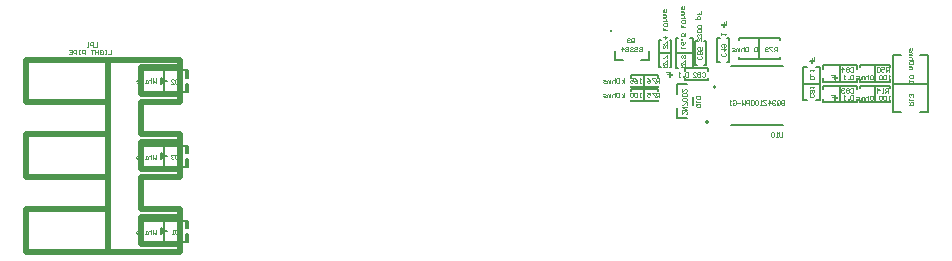
<source format=gbr>
%TF.GenerationSoftware,Altium Limited,Altium Designer,19.0.15 (446)*%
G04 Layer_Color=32896*
%FSLAX45Y45*%
%MOMM*%
%TF.FileFunction,Legend,Bot*%
%TF.Part,Single*%
G01*
G75*
%TA.AperFunction,NonConductor*%
%ADD88C,0.12700*%
%ADD106C,0.20000*%
%ADD107C,0.00000*%
%ADD108C,0.15000*%
%ADD109C,0.50000*%
%ADD110C,0.07620*%
D88*
X7156580Y2273906D02*
X7596580D01*
X7156580Y2773906D02*
X7596580D01*
X6830516Y2443475D02*
Y2509475D01*
X6700516Y2330475D02*
X6778016D01*
X6700516D02*
Y2414475D01*
Y2622475D02*
X6778016D01*
X6700516Y2538474D02*
Y2622475D01*
X6172975Y2822174D02*
X6242975D01*
X6392975D02*
X6462975D01*
Y2902175D01*
X6172975Y2822174D02*
Y2902175D01*
D106*
X6962580Y2297906D02*
G03*
X6962580Y2297906I-10000J0D01*
G01*
X7025516Y2596475D02*
G03*
X7025516Y2596475I-10000J0D01*
G01*
X8526159Y2623426D02*
X8826159D01*
X8756159Y2383426D02*
X8826159D01*
Y2863426D01*
X8756159D02*
X8826159D01*
X8526159D02*
X8596159D01*
X8526159Y2383426D02*
Y2863426D01*
Y2383426D02*
X8596159D01*
D107*
X6147975Y3067174D02*
G03*
X6147975Y3067174I-10000J0D01*
G01*
D108*
X6421087Y2474338D02*
Y2575938D01*
X6306787Y2474338D02*
Y2487038D01*
Y2474338D02*
X6535387D01*
Y2487038D01*
Y2563238D02*
Y2575938D01*
X6306787D02*
X6535387D01*
X6306787Y2563238D02*
Y2575938D01*
X6421087Y2592920D02*
Y2694520D01*
X6535387Y2681820D02*
Y2694520D01*
X6306787D02*
X6535387D01*
X6306787Y2681820D02*
Y2694520D01*
Y2592920D02*
Y2605620D01*
Y2592920D02*
X6535387D01*
Y2605620D01*
X6763055Y2651834D02*
Y2671834D01*
Y2651834D02*
X6963055D01*
Y2671834D01*
Y2731833D02*
Y2751833D01*
X6763055D02*
X6963055D01*
X6763055Y2731833D02*
Y2751833D01*
X7039580Y3007287D02*
X7059580D01*
X7039580Y2807287D02*
Y3007287D01*
Y2807287D02*
X7059580D01*
X7119580D02*
X7139580D01*
Y3007287D01*
X7119580D02*
X7139580D01*
X6846076Y2981287D02*
X6866076D01*
X6846076Y2781287D02*
Y2981287D01*
Y2781287D02*
X6866076D01*
X6926076D02*
X6946076D01*
Y2981287D01*
X6926076D02*
X6946076D01*
X6809716Y3008295D02*
X6828916D01*
Y2754295D02*
Y3008295D01*
X6809716Y2754295D02*
X6828916D01*
X6688916D02*
X6708116D01*
X6688916D02*
Y3008295D01*
X6708116D01*
X6688916Y2881295D02*
X6828916D01*
X6545551Y2881295D02*
X6647151D01*
X6634451Y2766995D02*
X6647151D01*
Y2995595D01*
X6634451D02*
X6647151D01*
X6545551D02*
X6558251D01*
X6545551Y2766995D02*
Y2995595D01*
Y2766995D02*
X6558251D01*
X7395275Y2828435D02*
Y3008435D01*
X7565275Y2988435D02*
Y3008435D01*
X7225275D02*
X7565275D01*
X7225275Y2988435D02*
Y3008435D01*
X7565275Y2828435D02*
Y2848434D01*
X7225275Y2828435D02*
X7565275D01*
X7225275D02*
Y2848434D01*
X8247355Y2761543D02*
Y2780743D01*
X8501355D01*
Y2761543D02*
Y2780743D01*
Y2640743D02*
Y2659943D01*
X8247355Y2640743D02*
X8501355D01*
X8247355D02*
Y2659943D01*
X8374355Y2640743D02*
Y2780743D01*
X8247355Y2585523D02*
Y2604723D01*
X8501355D01*
Y2585523D02*
Y2604723D01*
Y2464723D02*
Y2483923D01*
X8247355Y2464723D02*
X8501355D01*
X8247355D02*
Y2483923D01*
X8374355Y2464723D02*
Y2604723D01*
X8077175Y2640743D02*
Y2780743D01*
X8217175Y2750743D02*
Y2780743D01*
X7937175D02*
X8217175D01*
X7937175Y2750743D02*
Y2780743D01*
Y2640743D02*
Y2670743D01*
Y2640743D02*
X8217175D01*
Y2670743D01*
X8077175Y2464723D02*
Y2604723D01*
X8217175Y2574723D02*
Y2604723D01*
X7937175D02*
X8217175D01*
X7937175Y2574723D02*
Y2604723D01*
Y2464723D02*
Y2494723D01*
Y2464723D02*
X8217175D01*
Y2494723D01*
X7765874Y2621843D02*
X7905875D01*
X7765874Y2761843D02*
X7795875D01*
X7765874Y2481843D02*
Y2761843D01*
Y2481843D02*
X7795875D01*
X7875875D02*
X7905875D01*
Y2761843D01*
X7875875D02*
X7905875D01*
X2326775Y2671675D02*
X2352175Y2646275D01*
X2326775Y2620875D02*
X2352175Y2646275D01*
X2326775Y2620875D02*
Y2671675D01*
X2352175Y2646275D02*
X2377575D01*
X2352175Y2556275D02*
Y2736275D01*
X2542675Y2671675D02*
Y2736275D01*
X2148975D02*
X2542675D01*
X2148975Y2716275D02*
Y2736275D01*
X2542675Y2556275D02*
Y2620875D01*
X2148975Y2556275D02*
X2542675D01*
X2148975D02*
Y2576275D01*
X2542675Y2671675D02*
X2555375D01*
Y2736275D01*
X2542675D02*
X2555375D01*
X2542675Y2556275D02*
X2555375D01*
Y2620875D01*
X2542675D02*
X2555375D01*
X2542675Y1983375D02*
X2555375D01*
Y1918775D02*
Y1983375D01*
X2542675Y1918775D02*
X2555375D01*
X2542675Y2098775D02*
X2555375D01*
Y2034175D02*
Y2098775D01*
X2542675Y2034175D02*
X2555375D01*
X2148975Y1918775D02*
Y1938775D01*
Y1918775D02*
X2542675D01*
Y1983375D01*
X2148975Y2078775D02*
Y2098775D01*
X2542675D01*
Y2034175D02*
Y2098775D01*
X2352175Y1918775D02*
Y2098775D01*
Y2008775D02*
X2377575D01*
X2326775Y1983375D02*
Y2034175D01*
Y1983375D02*
X2352175Y2008775D01*
X2326775Y2034175D02*
X2352175Y2008775D01*
X2326775Y1399175D02*
X2352175Y1373775D01*
X2326775Y1348375D02*
X2352175Y1373775D01*
X2326775Y1348375D02*
Y1399175D01*
X2352175Y1373775D02*
X2377575D01*
X2352175Y1283775D02*
Y1463775D01*
X2542675Y1399175D02*
Y1463775D01*
X2148975D02*
X2542675D01*
X2148975Y1443775D02*
Y1463775D01*
X2542675Y1283775D02*
Y1348375D01*
X2148975Y1283775D02*
X2542675D01*
X2148975D02*
Y1303775D01*
X2542675Y1399175D02*
X2555375D01*
Y1463775D01*
X2542675D02*
X2555375D01*
X2542675Y1283775D02*
X2555375D01*
Y1348375D01*
X2542675D02*
X2555375D01*
D109*
X1184050Y1198974D02*
Y1559975D01*
X1183316Y1829974D02*
Y2194975D01*
X1182475Y2464974D02*
Y2824975D01*
X1184050Y1559975D02*
X1882475D01*
X1183749Y1829974D02*
X1882475D01*
X1183316Y2194975D02*
X1882475D01*
X1182890Y2464974D02*
X1882475D01*
Y1198974D02*
Y2824975D01*
X2162474Y1829974D02*
X2492475D01*
X2162474Y1559975D02*
Y1829974D01*
Y1559975D02*
X2492475D01*
Y1492475D02*
Y1559975D01*
Y1829974D02*
Y1897474D01*
X2162474Y2194975D02*
Y2464974D01*
Y2194975D02*
X2492475D01*
Y2127475D02*
Y2194975D01*
X2162474Y2464974D02*
X2492475D01*
Y2532474D01*
Y1198974D02*
Y1262474D01*
Y2762475D02*
Y2824975D01*
X1184324Y1198974D02*
X2492475D01*
X1182475Y2824975D02*
X2492475D01*
Y1262474D02*
Y1492475D01*
X2162474Y1262474D02*
X2492475D01*
X2162474D02*
Y1492475D01*
X2492475D01*
Y1897474D02*
Y2127475D01*
X2162474Y1897474D02*
X2492475D01*
X2162474D02*
Y2127475D01*
X2492475D01*
X2162474Y2762475D02*
X2492475D01*
X2162474Y2532474D02*
Y2762475D01*
Y2532474D02*
X2492475D01*
Y2762475D01*
D110*
X7607300Y2481562D02*
Y2443475D01*
X7588256D01*
X7581908Y2449823D01*
Y2456171D01*
X7588256Y2462519D01*
X7607300D01*
X7588256D01*
X7581908Y2468867D01*
Y2475215D01*
X7588256Y2481562D01*
X7607300D01*
X7543820Y2449823D02*
Y2475215D01*
X7550168Y2481562D01*
X7562864D01*
X7569212Y2475215D01*
Y2449823D01*
X7562864Y2443475D01*
X7550168D01*
X7556516Y2456171D02*
X7543820Y2443475D01*
X7550168D02*
X7543820Y2449823D01*
X7531124Y2475215D02*
X7524776Y2481562D01*
X7512080D01*
X7505733Y2475215D01*
Y2468867D01*
X7512080Y2462519D01*
X7518428D01*
X7512080D01*
X7505733Y2456171D01*
Y2449823D01*
X7512080Y2443475D01*
X7524776D01*
X7531124Y2449823D01*
X7473993Y2443475D02*
Y2481562D01*
X7493037Y2462519D01*
X7467645D01*
X7454949Y2481562D02*
X7429557D01*
Y2475215D01*
X7454949Y2449823D01*
Y2443475D01*
X7429557D01*
X7416861D02*
X7404165D01*
X7410513D01*
Y2481562D01*
X7416861Y2475215D01*
X7385121D02*
X7378773Y2481562D01*
X7366077D01*
X7359729Y2475215D01*
Y2449823D01*
X7366077Y2443475D01*
X7378773D01*
X7385121Y2449823D01*
Y2475215D01*
X7347033D02*
X7340685Y2481562D01*
X7327989D01*
X7321641Y2475215D01*
Y2449823D01*
X7327989Y2443475D01*
X7340685D01*
X7347033Y2449823D01*
Y2475215D01*
X7308946Y2443475D02*
Y2481562D01*
X7289902D01*
X7283554Y2475215D01*
Y2462519D01*
X7289902Y2456171D01*
X7308946D01*
X7270858Y2481562D02*
Y2443475D01*
X7258162Y2456171D01*
X7245466Y2443475D01*
Y2481562D01*
X7232770Y2462519D02*
X7207378D01*
X7169290Y2475215D02*
X7175638Y2481562D01*
X7188334D01*
X7194682Y2475215D01*
Y2449823D01*
X7188334Y2443475D01*
X7175638D01*
X7169290Y2449823D01*
Y2462519D01*
X7181986D01*
X7156594Y2443475D02*
X7143898D01*
X7150246D01*
Y2481562D01*
X7156594Y2475215D01*
X7589238Y2209762D02*
Y2178023D01*
X7582890Y2171675D01*
X7570194D01*
X7563846Y2178023D01*
Y2209762D01*
X7551150Y2171675D02*
X7538454D01*
X7544802D01*
Y2209762D01*
X7551150Y2203414D01*
X7519410D02*
X7513062Y2209762D01*
X7500366D01*
X7494018Y2203414D01*
Y2178023D01*
X7500366Y2171675D01*
X7513062D01*
X7519410Y2178023D01*
Y2203414D01*
X6743700Y2387592D02*
Y2362200D01*
X6769092Y2387592D01*
X6775440D01*
X6781788Y2381244D01*
Y2368548D01*
X6775440Y2362200D01*
X6743700Y2400288D02*
X6781788D01*
X6743700Y2425680D01*
X6781788D01*
Y2438376D02*
Y2463767D01*
X6775440D01*
X6750048Y2438376D01*
X6743700D01*
X6775440Y2476463D02*
X6781788Y2482811D01*
Y2495507D01*
X6775440Y2501855D01*
X6750048D01*
X6743700Y2495507D01*
Y2482811D01*
X6750048Y2476463D01*
X6775440D01*
Y2514551D02*
X6781788Y2520899D01*
Y2533595D01*
X6775440Y2539943D01*
X6750048D01*
X6743700Y2533595D01*
Y2520899D01*
X6750048Y2514551D01*
X6775440D01*
X6743700Y2578031D02*
Y2552639D01*
X6769092Y2578031D01*
X6775440D01*
X6781788Y2571683D01*
Y2558987D01*
X6775440Y2552639D01*
X6864348Y2451092D02*
X6889740D01*
X6896088Y2444744D01*
Y2432048D01*
X6889740Y2425700D01*
X6864348D01*
X6858000Y2432048D01*
Y2444744D01*
X6870696Y2438396D02*
X6858000Y2451092D01*
Y2444744D02*
X6864348Y2451092D01*
X6858000Y2463788D02*
Y2476484D01*
Y2470136D01*
X6896088D01*
X6889740Y2463788D01*
Y2495528D02*
X6896088Y2501876D01*
Y2514572D01*
X6889740Y2520920D01*
X6864348D01*
X6858000Y2514572D01*
Y2501876D01*
X6864348Y2495528D01*
X6889740D01*
X6392975Y2509475D02*
X6380279D01*
X6386627D01*
Y2547562D01*
X6392975Y2541214D01*
X6361235D02*
X6354887Y2547562D01*
X6342191D01*
X6335843Y2541214D01*
Y2515823D01*
X6342191Y2509475D01*
X6354887D01*
X6361235Y2515823D01*
Y2541214D01*
X6323147D02*
X6316799Y2547562D01*
X6304103D01*
X6297755Y2541214D01*
Y2515823D01*
X6304103Y2509475D01*
X6316799D01*
X6323147Y2515823D01*
Y2541214D01*
X6246972Y2509475D02*
Y2547562D01*
Y2522170D02*
X6227928Y2534866D01*
X6246972Y2522170D02*
X6227928Y2509475D01*
X6189840Y2547562D02*
X6202536D01*
X6208884Y2541214D01*
Y2515823D01*
X6202536Y2509475D01*
X6189840D01*
X6183492Y2515823D01*
Y2541214D01*
X6189840Y2547562D01*
X6170796D02*
Y2509475D01*
Y2528518D01*
X6164448Y2534866D01*
X6151752D01*
X6145404Y2528518D01*
Y2509475D01*
X6132708D02*
Y2534866D01*
X6126360D01*
X6120012Y2528518D01*
Y2509475D01*
Y2528518D01*
X6113664Y2534866D01*
X6107316Y2528518D01*
Y2509475D01*
X6094620D02*
X6075576D01*
X6069228Y2515823D01*
X6075576Y2522170D01*
X6088272D01*
X6094620Y2528518D01*
X6088272Y2534866D01*
X6069228D01*
X6545551Y2509475D02*
Y2547562D01*
X6526507D01*
X6520159Y2541214D01*
Y2528518D01*
X6526507Y2522170D01*
X6545551D01*
X6532855D02*
X6520159Y2509475D01*
X6507463Y2547562D02*
X6482071D01*
Y2541214D01*
X6507463Y2515823D01*
Y2509475D01*
X6443983Y2547562D02*
X6469375D01*
Y2528518D01*
X6456679Y2534866D01*
X6450331D01*
X6443983Y2528518D01*
Y2515823D01*
X6450331Y2509475D01*
X6463027D01*
X6469375Y2515823D01*
X6392975Y2628900D02*
X6380279D01*
X6386627D01*
Y2666988D01*
X6392975Y2660640D01*
X6335843Y2666988D02*
X6348539Y2660640D01*
X6361235Y2647944D01*
Y2635248D01*
X6354887Y2628900D01*
X6342191D01*
X6335843Y2635248D01*
Y2641596D01*
X6342191Y2647944D01*
X6361235D01*
X6297755Y2666988D02*
X6323147D01*
Y2647944D01*
X6310451Y2654292D01*
X6304103D01*
X6297755Y2647944D01*
Y2635248D01*
X6304103Y2628900D01*
X6316799D01*
X6323147Y2635248D01*
X6246972Y2628900D02*
Y2666988D01*
Y2641596D02*
X6227928Y2654292D01*
X6246972Y2641596D02*
X6227928Y2628900D01*
X6189840Y2666988D02*
X6202536D01*
X6208884Y2660640D01*
Y2635248D01*
X6202536Y2628900D01*
X6189840D01*
X6183492Y2635248D01*
Y2660640D01*
X6189840Y2666988D01*
X6170796D02*
Y2628900D01*
Y2647944D01*
X6164448Y2654292D01*
X6151752D01*
X6145404Y2647944D01*
Y2628900D01*
X6132708D02*
Y2654292D01*
X6126360D01*
X6120012Y2647944D01*
Y2628900D01*
Y2647944D01*
X6113664Y2654292D01*
X6107316Y2647944D01*
Y2628900D01*
X6094620D02*
X6075576D01*
X6069228Y2635248D01*
X6075576Y2641596D01*
X6088272D01*
X6094620Y2647944D01*
X6088272Y2654292D01*
X6069228D01*
X6545551Y2628900D02*
Y2666988D01*
X6526507D01*
X6520159Y2660640D01*
Y2647944D01*
X6526507Y2641596D01*
X6545551D01*
X6532855D02*
X6520159Y2628900D01*
X6507463Y2666988D02*
X6482071D01*
Y2660640D01*
X6507463Y2635248D01*
Y2628900D01*
X6443983Y2666988D02*
X6456679Y2660640D01*
X6469375Y2647944D01*
Y2635248D01*
X6463027Y2628900D01*
X6450331D01*
X6443983Y2635248D01*
Y2641596D01*
X6450331Y2647944D01*
X6469375D01*
X6794500Y2713559D02*
X6788152Y2719907D01*
X6775456D01*
X6769108Y2713559D01*
Y2688168D01*
X6775456Y2681820D01*
X6788152D01*
X6794500Y2688168D01*
Y2713559D01*
X6756412Y2681820D02*
Y2688168D01*
X6750064D01*
Y2681820D01*
X6756412D01*
X6724672D02*
X6711976D01*
X6718324D01*
Y2719907D01*
X6724672Y2713559D01*
X6654845Y2700864D02*
X6642149D01*
X6654845Y2694516D02*
X6642149D01*
Y2719907D02*
Y2675472D01*
X6604061Y2719907D02*
X6629453D01*
Y2700864D01*
X6616757D01*
X6629453D01*
Y2681820D01*
X6908808Y2713559D02*
X6915156Y2719907D01*
X6927852D01*
X6934200Y2713559D01*
Y2688168D01*
X6927852Y2681820D01*
X6915156D01*
X6908808Y2688168D01*
X6896112Y2713559D02*
X6889764Y2719907D01*
X6877068D01*
X6870720Y2713559D01*
Y2707212D01*
X6877068Y2700864D01*
X6870720Y2694516D01*
Y2688168D01*
X6877068Y2681820D01*
X6889764D01*
X6896112Y2688168D01*
Y2694516D01*
X6889764Y2700864D01*
X6896112Y2707212D01*
Y2713559D01*
X6889764Y2700864D02*
X6877068D01*
X6832633Y2681820D02*
X6858024D01*
X6832633Y2707212D01*
Y2713559D01*
X6838980Y2719907D01*
X6851676D01*
X6858024Y2713559D01*
X7073900Y3035300D02*
Y3047996D01*
Y3041648D01*
X7111988D01*
X7105640Y3035300D01*
X7092944Y3105128D02*
Y3117824D01*
X7086596Y3105128D02*
Y3117824D01*
X7111988D02*
X7067552D01*
X7111988Y3155911D02*
Y3130520D01*
X7092944D01*
Y3143215D01*
Y3130520D01*
X7073900D01*
X7105640Y2882892D02*
X7111988Y2876544D01*
Y2863848D01*
X7105640Y2857500D01*
X7080248D01*
X7073900Y2863848D01*
Y2876544D01*
X7080248Y2882892D01*
X7073900Y2914632D02*
X7111988D01*
X7092944Y2895588D01*
Y2920980D01*
X7080248Y2933676D02*
X7073900Y2940024D01*
Y2952720D01*
X7080248Y2959067D01*
X7105640D01*
X7111988Y2952720D01*
Y2940024D01*
X7105640Y2933676D01*
X7099292D01*
X7092944Y2940024D01*
Y2959067D01*
X6897816Y2981287D02*
X6904164Y2987635D01*
Y3000331D01*
X6897816Y3006679D01*
X6891468D01*
X6885120Y3000331D01*
Y2993983D01*
Y3000331D01*
X6878772Y3006679D01*
X6872424D01*
X6866076Y3000331D01*
Y2987635D01*
X6872424Y2981287D01*
X6897816Y3019375D02*
X6904164Y3025723D01*
Y3038419D01*
X6897816Y3044767D01*
X6891468D01*
X6885120Y3038419D01*
Y3032071D01*
Y3038419D01*
X6878772Y3044767D01*
X6872424D01*
X6866076Y3038419D01*
Y3025723D01*
X6872424Y3019375D01*
X6897816Y3057463D02*
X6904164Y3063811D01*
Y3076507D01*
X6897816Y3082855D01*
X6872424D01*
X6866076Y3076507D01*
Y3063811D01*
X6872424Y3057463D01*
X6897816D01*
Y3095551D02*
X6904164Y3101899D01*
Y3114595D01*
X6897816Y3120943D01*
X6872424D01*
X6866076Y3114595D01*
Y3101899D01*
X6872424Y3095551D01*
X6897816D01*
X6853380Y3171726D02*
X6891468D01*
Y3190770D01*
X6885120Y3197118D01*
X6872424D01*
X6866076Y3190770D01*
Y3171726D01*
X6904164Y3235206D02*
Y3209814D01*
X6885120D01*
Y3222510D01*
Y3209814D01*
X6866076D01*
X6902440Y2857492D02*
X6908788Y2851144D01*
Y2838448D01*
X6902440Y2832100D01*
X6877048D01*
X6870700Y2838448D01*
Y2851144D01*
X6877048Y2857492D01*
X6902440Y2870188D02*
X6908788Y2876536D01*
Y2889232D01*
X6902440Y2895580D01*
X6896092D01*
X6889744Y2889232D01*
X6883396Y2895580D01*
X6877048D01*
X6870700Y2889232D01*
Y2876536D01*
X6877048Y2870188D01*
X6883396D01*
X6889744Y2876536D01*
X6896092Y2870188D01*
X6902440D01*
X6889744Y2876536D02*
Y2889232D01*
X6908788Y2933667D02*
Y2908276D01*
X6889744D01*
X6896092Y2920972D01*
Y2927320D01*
X6889744Y2933667D01*
X6877048D01*
X6870700Y2927320D01*
Y2914624D01*
X6877048Y2908276D01*
X6731000Y2921000D02*
Y2933696D01*
Y2927348D01*
X6769088D01*
X6762740Y2921000D01*
X6769088Y2978132D02*
X6762740Y2965436D01*
X6750044Y2952740D01*
X6737348D01*
X6731000Y2959088D01*
Y2971784D01*
X6737348Y2978132D01*
X6743696D01*
X6750044Y2971784D01*
Y2952740D01*
X6731000Y2990828D02*
X6737348D01*
Y2997176D01*
X6731000D01*
Y2990828D01*
X6769088Y3047959D02*
Y3022567D01*
X6750044D01*
X6756392Y3035263D01*
Y3041611D01*
X6750044Y3047959D01*
X6737348D01*
X6731000Y3041611D01*
Y3028915D01*
X6737348Y3022567D01*
X6731000Y3098743D02*
X6769088D01*
X6743696D02*
X6756392Y3117787D01*
X6743696Y3098743D02*
X6731000Y3117787D01*
X6769088Y3155875D02*
Y3143179D01*
X6762740Y3136831D01*
X6737348D01*
X6731000Y3143179D01*
Y3155875D01*
X6737348Y3162223D01*
X6762740D01*
X6769088Y3155875D01*
Y3174919D02*
X6731000D01*
X6750044D01*
X6756392Y3181267D01*
Y3193963D01*
X6750044Y3200311D01*
X6731000D01*
Y3213007D02*
X6756392D01*
Y3219354D01*
X6750044Y3225702D01*
X6731000D01*
X6750044D01*
X6756392Y3232050D01*
X6750044Y3238398D01*
X6731000D01*
Y3251094D02*
Y3270138D01*
X6737348Y3276486D01*
X6743696Y3270138D01*
Y3257442D01*
X6750044Y3251094D01*
X6756392Y3257442D01*
Y3276486D01*
X6731000Y2761843D02*
X6769088D01*
Y2780887D01*
X6762740Y2787235D01*
X6750044D01*
X6743696Y2780887D01*
Y2761843D01*
Y2774539D02*
X6731000Y2787235D01*
X6769088Y2799931D02*
Y2825323D01*
X6762740D01*
X6737348Y2799931D01*
X6731000D01*
X6762740Y2838018D02*
X6769088Y2844366D01*
Y2857062D01*
X6762740Y2863410D01*
X6756392D01*
X6750044Y2857062D01*
X6743696Y2863410D01*
X6737348D01*
X6731000Y2857062D01*
Y2844366D01*
X6737348Y2838018D01*
X6743696D01*
X6750044Y2844366D01*
X6756392Y2838018D01*
X6762740D01*
X6750044Y2844366D02*
Y2857062D01*
X6610340Y2921000D02*
X6616688Y2927348D01*
Y2940044D01*
X6610340Y2946392D01*
X6603992D01*
X6597644Y2940044D01*
Y2933696D01*
Y2940044D01*
X6591296Y2946392D01*
X6584948D01*
X6578600Y2940044D01*
Y2927348D01*
X6584948Y2921000D01*
X6616688Y2959088D02*
Y2984480D01*
X6610340D01*
X6584948Y2959088D01*
X6578600D01*
Y3016220D02*
X6616688D01*
X6597644Y2997176D01*
Y3022567D01*
X6578600Y3073351D02*
X6616688D01*
X6591296D02*
X6603992Y3092395D01*
X6591296Y3073351D02*
X6578600Y3092395D01*
X6616688Y3130483D02*
Y3117787D01*
X6610340Y3111439D01*
X6584948D01*
X6578600Y3117787D01*
Y3130483D01*
X6584948Y3136831D01*
X6610340D01*
X6616688Y3130483D01*
Y3149527D02*
X6578600D01*
X6597644D01*
X6603992Y3155875D01*
Y3168571D01*
X6597644Y3174919D01*
X6578600D01*
Y3187615D02*
X6603992D01*
Y3193963D01*
X6597644Y3200311D01*
X6578600D01*
X6597644D01*
X6603992Y3206659D01*
X6597644Y3213007D01*
X6578600D01*
Y3225702D02*
Y3244746D01*
X6584948Y3251094D01*
X6591296Y3244746D01*
Y3232050D01*
X6597644Y3225702D01*
X6603992Y3232050D01*
Y3251094D01*
X6578600Y2761543D02*
X6616688D01*
Y2780587D01*
X6610340Y2786935D01*
X6597644D01*
X6591296Y2780587D01*
Y2761543D01*
Y2774239D02*
X6578600Y2786935D01*
X6616688Y2799631D02*
Y2825023D01*
X6610340D01*
X6584948Y2799631D01*
X6578600D01*
X6616688Y2837718D02*
Y2863110D01*
X6610340D01*
X6584948Y2837718D01*
X6578600D01*
X6400800Y2933688D02*
Y2895600D01*
X6381756D01*
X6375408Y2901948D01*
Y2908296D01*
X6381756Y2914644D01*
X6400800D01*
X6381756D01*
X6375408Y2920992D01*
Y2927340D01*
X6381756Y2933688D01*
X6400800D01*
X6337320Y2927340D02*
X6343668Y2933688D01*
X6356364D01*
X6362712Y2927340D01*
Y2920992D01*
X6356364Y2914644D01*
X6343668D01*
X6337320Y2908296D01*
Y2901948D01*
X6343668Y2895600D01*
X6356364D01*
X6362712Y2901948D01*
X6299233Y2927340D02*
X6305580Y2933688D01*
X6318276D01*
X6324624Y2927340D01*
Y2920992D01*
X6318276Y2914644D01*
X6305580D01*
X6299233Y2908296D01*
Y2901948D01*
X6305580Y2895600D01*
X6318276D01*
X6324624Y2901948D01*
X6286537Y2927340D02*
X6280189Y2933688D01*
X6267493D01*
X6261145Y2927340D01*
Y2920992D01*
X6267493Y2914644D01*
X6261145Y2908296D01*
Y2901948D01*
X6267493Y2895600D01*
X6280189D01*
X6286537Y2901948D01*
Y2908296D01*
X6280189Y2914644D01*
X6286537Y2920992D01*
Y2927340D01*
X6280189Y2914644D02*
X6267493D01*
X6229405Y2895600D02*
Y2933688D01*
X6248449Y2914644D01*
X6223057D01*
X6311908Y2978148D02*
Y3003540D01*
X6318256Y3009888D01*
X6330952D01*
X6337300Y3003540D01*
Y2978148D01*
X6330952Y2971800D01*
X6318256D01*
X6324604Y2984496D02*
X6311908Y2971800D01*
X6318256D02*
X6311908Y2978148D01*
X6299212D02*
X6292864Y2971800D01*
X6280168D01*
X6273820Y2978148D01*
Y3003540D01*
X6280168Y3009888D01*
X6292864D01*
X6299212Y3003540D01*
Y2997192D01*
X6292864Y2990844D01*
X6273820D01*
X7378700Y2927340D02*
X7372352Y2933688D01*
X7359656D01*
X7353308Y2927340D01*
Y2901948D01*
X7359656Y2895600D01*
X7372352D01*
X7378700Y2901948D01*
Y2927340D01*
X7283480Y2933688D02*
X7296176D01*
X7302524Y2927340D01*
Y2901948D01*
X7296176Y2895600D01*
X7283480D01*
X7277133Y2901948D01*
Y2927340D01*
X7283480Y2933688D01*
X7264437D02*
Y2895600D01*
Y2914644D01*
X7258089Y2920992D01*
X7245393D01*
X7239045Y2914644D01*
Y2895600D01*
X7226349D02*
Y2920992D01*
X7220001D01*
X7213653Y2914644D01*
Y2895600D01*
Y2914644D01*
X7207305Y2920992D01*
X7200957Y2914644D01*
Y2895600D01*
X7188261D02*
X7169217D01*
X7162869Y2901948D01*
X7169217Y2908296D01*
X7181913D01*
X7188261Y2914644D01*
X7181913Y2920992D01*
X7162869D01*
X7543800Y2895600D02*
Y2933688D01*
X7524756D01*
X7518408Y2927340D01*
Y2914644D01*
X7524756Y2908296D01*
X7543800D01*
X7531104D02*
X7518408Y2895600D01*
X7505712Y2933688D02*
X7480320D01*
Y2927340D01*
X7505712Y2901948D01*
Y2895600D01*
X7467624Y2901948D02*
X7461276Y2895600D01*
X7448580D01*
X7442233Y2901948D01*
Y2927340D01*
X7448580Y2933688D01*
X7461276D01*
X7467624Y2927340D01*
Y2920992D01*
X7461276Y2914644D01*
X7442233D01*
X8501355Y2659943D02*
X8488659D01*
X8495007D01*
Y2698031D01*
X8501355Y2691683D01*
X8469615D02*
X8463267Y2698031D01*
X8450571D01*
X8444223Y2691683D01*
Y2666291D01*
X8450571Y2659943D01*
X8463267D01*
X8469615Y2666291D01*
Y2691683D01*
X8431527D02*
X8425179Y2698031D01*
X8412483D01*
X8406135Y2691683D01*
Y2666291D01*
X8412483Y2659943D01*
X8425179D01*
X8431527Y2666291D01*
Y2691683D01*
X8336307Y2698031D02*
X8349003D01*
X8355351Y2691683D01*
Y2666291D01*
X8349003Y2659943D01*
X8336307D01*
X8329959Y2666291D01*
Y2691683D01*
X8336307Y2698031D01*
X8317264D02*
Y2659943D01*
Y2678987D01*
X8310916Y2685335D01*
X8298220D01*
X8291872Y2678987D01*
Y2659943D01*
X8279176D02*
Y2685335D01*
X8272828D01*
X8266480Y2678987D01*
Y2659943D01*
Y2678987D01*
X8260132Y2685335D01*
X8253784Y2678987D01*
Y2659943D01*
X8241088D02*
X8222044D01*
X8215696Y2666291D01*
X8222044Y2672639D01*
X8234740D01*
X8241088Y2678987D01*
X8234740Y2685335D01*
X8215696D01*
X8489992Y2725420D02*
Y2763508D01*
X8470948D01*
X8464600Y2757160D01*
Y2744464D01*
X8470948Y2738116D01*
X8489992D01*
X8477296D02*
X8464600Y2725420D01*
X8426512Y2763508D02*
X8451904D01*
Y2744464D01*
X8439208Y2750812D01*
X8432860D01*
X8426512Y2744464D01*
Y2731768D01*
X8432860Y2725420D01*
X8445556D01*
X8451904Y2731768D01*
X8413816Y2757160D02*
X8407468Y2763508D01*
X8394772D01*
X8388424Y2757160D01*
Y2731768D01*
X8394772Y2725420D01*
X8407468D01*
X8413816Y2731768D01*
Y2757160D01*
X8501355Y2483923D02*
X8488659D01*
X8495007D01*
Y2522011D01*
X8501355Y2515663D01*
X8469615D02*
X8463267Y2522011D01*
X8450571D01*
X8444223Y2515663D01*
Y2490271D01*
X8450571Y2483923D01*
X8463267D01*
X8469615Y2490271D01*
Y2515663D01*
X8431527D02*
X8425179Y2522011D01*
X8412483D01*
X8406135Y2515663D01*
Y2490271D01*
X8412483Y2483923D01*
X8425179D01*
X8431527Y2490271D01*
Y2515663D01*
X8336307Y2522011D02*
X8349003D01*
X8355351Y2515663D01*
Y2490271D01*
X8349003Y2483923D01*
X8336307D01*
X8329959Y2490271D01*
Y2515663D01*
X8336307Y2522011D01*
X8317264D02*
Y2483923D01*
Y2502967D01*
X8310916Y2509315D01*
X8298220D01*
X8291872Y2502967D01*
Y2483923D01*
X8279176D02*
Y2509315D01*
X8272828D01*
X8266480Y2502967D01*
Y2483923D01*
Y2502967D01*
X8260132Y2509315D01*
X8253784Y2502967D01*
Y2483923D01*
X8241088D02*
X8222044D01*
X8215696Y2490271D01*
X8222044Y2496619D01*
X8234740D01*
X8241088Y2502967D01*
X8234740Y2509315D01*
X8215696D01*
X8483600Y2547620D02*
Y2585708D01*
X8464556D01*
X8458208Y2579360D01*
Y2566664D01*
X8464556Y2560316D01*
X8483600D01*
X8470904D02*
X8458208Y2547620D01*
X8445512D02*
X8432816D01*
X8439164D01*
Y2585708D01*
X8445512Y2579360D01*
X8394728Y2547620D02*
Y2585708D01*
X8413772Y2566664D01*
X8388380D01*
X8191500Y2691683D02*
X8185152Y2698031D01*
X8172456D01*
X8166108Y2691683D01*
Y2666291D01*
X8172456Y2659943D01*
X8185152D01*
X8191500Y2666291D01*
Y2691683D01*
X8153412Y2659943D02*
Y2666291D01*
X8147064D01*
Y2659943D01*
X8153412D01*
X8121672D02*
X8108976D01*
X8115324D01*
Y2698031D01*
X8121672Y2691683D01*
X8051845Y2678987D02*
X8039149D01*
X8051845Y2672639D02*
X8039149D01*
Y2698031D02*
Y2653595D01*
X8001061Y2698031D02*
X8026453D01*
Y2678987D01*
X8013757D01*
X8026453D01*
Y2659943D01*
X8166108Y2757160D02*
X8172456Y2763508D01*
X8185152D01*
X8191500Y2757160D01*
Y2731768D01*
X8185152Y2725420D01*
X8172456D01*
X8166108Y2731768D01*
X8153412Y2757160D02*
X8147064Y2763508D01*
X8134368D01*
X8128020Y2757160D01*
Y2750812D01*
X8134368Y2744464D01*
X8128020Y2738116D01*
Y2731768D01*
X8134368Y2725420D01*
X8147064D01*
X8153412Y2731768D01*
Y2738116D01*
X8147064Y2744464D01*
X8153412Y2750812D01*
Y2757160D01*
X8147064Y2744464D02*
X8134368D01*
X8096280Y2725420D02*
Y2763508D01*
X8115324Y2744464D01*
X8089933D01*
X8191500Y2518400D02*
X8185152Y2524748D01*
X8172456D01*
X8166108Y2518400D01*
Y2493008D01*
X8172456Y2486660D01*
X8185152D01*
X8191500Y2493008D01*
Y2518400D01*
X8153412Y2486660D02*
Y2493008D01*
X8147064D01*
Y2486660D01*
X8153412D01*
X8121672D02*
X8108976D01*
X8115324D01*
Y2524748D01*
X8121672Y2518400D01*
X8051845Y2505704D02*
X8039149D01*
X8051845Y2499356D02*
X8039149D01*
Y2524748D02*
Y2480312D01*
X8001061Y2524748D02*
X8026453D01*
Y2505704D01*
X8013757D01*
X8026453D01*
Y2486660D01*
X8166108Y2579360D02*
X8172456Y2585708D01*
X8185152D01*
X8191500Y2579360D01*
Y2553968D01*
X8185152Y2547620D01*
X8172456D01*
X8166108Y2553968D01*
X8153412Y2579360D02*
X8147064Y2585708D01*
X8134368D01*
X8128020Y2579360D01*
Y2573012D01*
X8134368Y2566664D01*
X8128020Y2560316D01*
Y2553968D01*
X8134368Y2547620D01*
X8147064D01*
X8153412Y2553968D01*
Y2560316D01*
X8147064Y2566664D01*
X8153412Y2573012D01*
Y2579360D01*
X8147064Y2566664D02*
X8134368D01*
X8115324Y2579360D02*
X8108976Y2585708D01*
X8096280D01*
X8089933Y2579360D01*
Y2573012D01*
X8096280Y2566664D01*
X8102628D01*
X8096280D01*
X8089933Y2560316D01*
Y2553968D01*
X8096280Y2547620D01*
X8108976D01*
X8115324Y2553968D01*
X7851038Y2659943D02*
X7857386Y2666291D01*
Y2678987D01*
X7851038Y2685335D01*
X7825646D01*
X7819298Y2678987D01*
Y2666291D01*
X7825646Y2659943D01*
X7851038D01*
X7819298Y2698031D02*
X7825646D01*
Y2704379D01*
X7819298D01*
Y2698031D01*
Y2729771D02*
Y2742466D01*
Y2736118D01*
X7857386D01*
X7851038Y2729771D01*
X7838342Y2799598D02*
Y2812294D01*
X7831994Y2799598D02*
Y2812294D01*
X7857386D02*
X7812950D01*
X7857386Y2850382D02*
Y2824990D01*
X7838342D01*
Y2837686D01*
Y2824990D01*
X7819298D01*
X7851038Y2534866D02*
X7857386Y2528518D01*
Y2515823D01*
X7851038Y2509475D01*
X7825646D01*
X7819298Y2515823D01*
Y2528518D01*
X7825646Y2534866D01*
X7851038Y2547562D02*
X7857386Y2553910D01*
Y2566606D01*
X7851038Y2572954D01*
X7844690D01*
X7838342Y2566606D01*
X7831994Y2572954D01*
X7825646D01*
X7819298Y2566606D01*
Y2553910D01*
X7825646Y2547562D01*
X7831994D01*
X7838342Y2553910D01*
X7844690Y2547562D01*
X7851038D01*
X7838342Y2553910D02*
Y2566606D01*
X7819298Y2585650D02*
Y2598346D01*
Y2591998D01*
X7857386D01*
X7851038Y2585650D01*
X8661400Y2640743D02*
Y2653439D01*
Y2647091D01*
X8699488D01*
X8693140Y2640743D01*
Y2672483D02*
X8699488Y2678831D01*
Y2691526D01*
X8693140Y2697874D01*
X8667748D01*
X8661400Y2691526D01*
Y2678831D01*
X8667748Y2672483D01*
X8693140D01*
X8661400Y2748658D02*
X8686792D01*
Y2755006D01*
X8680444Y2761354D01*
X8661400D01*
X8680444D01*
X8686792Y2767702D01*
X8680444Y2774050D01*
X8661400D01*
X8699488Y2805790D02*
Y2793094D01*
X8693140Y2786746D01*
X8667748D01*
X8661400Y2793094D01*
Y2805790D01*
X8667748Y2812138D01*
X8693140D01*
X8699488Y2805790D01*
Y2824834D02*
X8661400D01*
X8680444D01*
X8686792Y2831182D01*
Y2843878D01*
X8680444Y2850226D01*
X8661400D01*
Y2862922D02*
X8686792D01*
Y2869270D01*
X8680444Y2875618D01*
X8661400D01*
X8680444D01*
X8686792Y2881966D01*
X8680444Y2888314D01*
X8661400D01*
Y2901009D02*
Y2920053D01*
X8667748Y2926401D01*
X8674096Y2920053D01*
Y2907357D01*
X8680444Y2901009D01*
X8686792Y2907357D01*
Y2926401D01*
X8661400Y2443475D02*
X8699488D01*
Y2462519D01*
X8693140Y2468867D01*
X8680444D01*
X8674096Y2462519D01*
Y2443475D01*
Y2456171D02*
X8661400Y2468867D01*
Y2481562D02*
Y2494258D01*
Y2487910D01*
X8699488D01*
X8693140Y2481562D01*
Y2513302D02*
X8699488Y2519650D01*
Y2532346D01*
X8693140Y2538694D01*
X8686792D01*
X8680444Y2532346D01*
Y2525998D01*
Y2532346D01*
X8674096Y2538694D01*
X8667748D01*
X8661400Y2532346D01*
Y2519650D01*
X8667748Y2513302D01*
X2286000Y2666988D02*
Y2628900D01*
X2273304Y2641596D01*
X2260608Y2628900D01*
Y2666988D01*
X2247912D02*
Y2628900D01*
Y2647944D01*
X2241564Y2654292D01*
X2228868D01*
X2222520Y2647944D01*
Y2628900D01*
X2209824D02*
X2197128D01*
X2203476D01*
Y2654292D01*
X2209824D01*
X2171737Y2660640D02*
Y2654292D01*
X2178085D01*
X2165389D01*
X2171737D01*
Y2635248D01*
X2165389Y2628900D01*
X2127301D02*
X2139997D01*
X2146345Y2635248D01*
Y2647944D01*
X2139997Y2654292D01*
X2127301D01*
X2120953Y2647944D01*
Y2641596D01*
X2146345D01*
X2476500Y2658963D02*
Y2620875D01*
X2457456D01*
X2451108Y2627223D01*
Y2652615D01*
X2457456Y2658963D01*
X2476500D01*
X2413020Y2620875D02*
X2438412D01*
X2413020Y2646267D01*
Y2652615D01*
X2419368Y2658963D01*
X2432064D01*
X2438412Y2652615D01*
X1905000Y2908288D02*
Y2870200D01*
X1879608D01*
X1866912Y2908288D02*
X1854216D01*
X1860564D01*
Y2870200D01*
X1866912D01*
X1854216D01*
X1809780Y2901940D02*
X1816128Y2908288D01*
X1828824D01*
X1835172Y2901940D01*
Y2876548D01*
X1828824Y2870200D01*
X1816128D01*
X1809780Y2876548D01*
Y2889244D01*
X1822476D01*
X1797085Y2908288D02*
Y2870200D01*
Y2889244D01*
X1771693D01*
Y2908288D01*
Y2870200D01*
X1758997Y2908288D02*
X1733605D01*
X1746301D01*
Y2870200D01*
X1682821D02*
Y2908288D01*
X1663777D01*
X1657429Y2901940D01*
Y2889244D01*
X1663777Y2882896D01*
X1682821D01*
X1644733Y2908288D02*
X1632037D01*
X1638385D01*
Y2870200D01*
X1644733D01*
X1632037D01*
X1612993D02*
Y2908288D01*
X1593950D01*
X1587602Y2901940D01*
Y2889244D01*
X1593950Y2882896D01*
X1612993D01*
X1549514Y2908288D02*
X1574906D01*
Y2870200D01*
X1549514D01*
X1574906Y2889244D02*
X1562210D01*
X1790700Y2971788D02*
Y2933700D01*
X1765308D01*
X1752612D02*
Y2971788D01*
X1733568D01*
X1727220Y2965440D01*
Y2952744D01*
X1733568Y2946396D01*
X1752612D01*
X1714524Y2933700D02*
X1701828D01*
X1708176D01*
Y2971788D01*
X1714524Y2965440D01*
X2286000Y2021463D02*
Y1983375D01*
X2273304Y1996071D01*
X2260608Y1983375D01*
Y2021463D01*
X2247912D02*
Y1983375D01*
Y2002419D01*
X2241564Y2008767D01*
X2228868D01*
X2222520Y2002419D01*
Y1983375D01*
X2209824D02*
X2197128D01*
X2203476D01*
Y2008767D01*
X2209824D01*
X2171737Y2015115D02*
Y2008767D01*
X2178085D01*
X2165389D01*
X2171737D01*
Y1989723D01*
X2165389Y1983375D01*
X2127301D02*
X2139997D01*
X2146345Y1989723D01*
Y2002419D01*
X2139997Y2008767D01*
X2127301D01*
X2120953Y2002419D01*
Y1996071D01*
X2146345D01*
X2476500Y2021463D02*
Y1983375D01*
X2457456D01*
X2451108Y1989723D01*
Y2015115D01*
X2457456Y2021463D01*
X2476500D01*
X2438412Y2015115D02*
X2432064Y2021463D01*
X2419368D01*
X2413020Y2015115D01*
Y2008767D01*
X2419368Y2002419D01*
X2425716D01*
X2419368D01*
X2413020Y1996071D01*
Y1989723D01*
X2419368Y1983375D01*
X2432064D01*
X2438412Y1989723D01*
X2286000Y1386463D02*
Y1348375D01*
X2273304Y1361071D01*
X2260608Y1348375D01*
Y1386463D01*
X2247912D02*
Y1348375D01*
Y1367419D01*
X2241564Y1373767D01*
X2228868D01*
X2222520Y1367419D01*
Y1348375D01*
X2209824D02*
X2197128D01*
X2203476D01*
Y1373767D01*
X2209824D01*
X2171737Y1380115D02*
Y1373767D01*
X2178085D01*
X2165389D01*
X2171737D01*
Y1354723D01*
X2165389Y1348375D01*
X2127301D02*
X2139997D01*
X2146345Y1354723D01*
Y1367419D01*
X2139997Y1373767D01*
X2127301D01*
X2120953Y1367419D01*
Y1361071D01*
X2146345D01*
X2476500Y1386463D02*
Y1348375D01*
X2457456D01*
X2451108Y1354723D01*
Y1380115D01*
X2457456Y1386463D01*
X2476500D01*
X2438412Y1348375D02*
X2425716D01*
X2432064D01*
Y1386463D01*
X2438412Y1380115D01*
%TF.MD5,9730cfc2a67e149424a26326f5e37483*%
M02*

</source>
